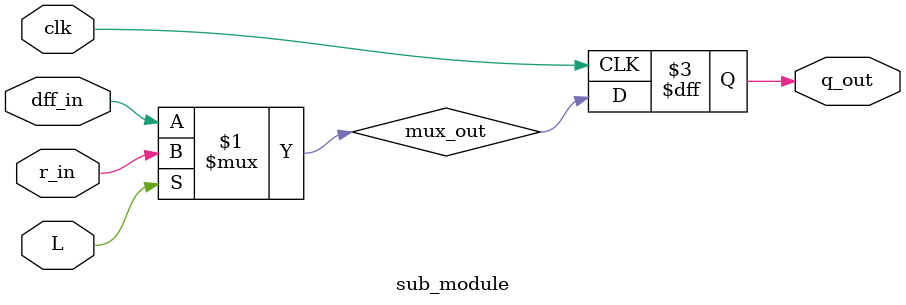
<source format=sv>
module top_module (
    input clk,
    input L,
    input [2:0] r,
    output [2:0] q
);

    sub_module u0 (clk, L, r[0], q[2], q[0]);
    sub_module u1 (clk, L, r[1], q[0], q[1]);
    sub_module u2 (clk, L, r[2], q[1], q[2]);

endmodule
module sub_module (
    input clk,
    input L,
    input r_in,
    input dff_in,
    output reg q_out
);

    wire mux_out;

    assign mux_out = L ? r_in : dff_in;

    always @(posedge clk) begin
        q_out <= mux_out;
    end

endmodule

</source>
